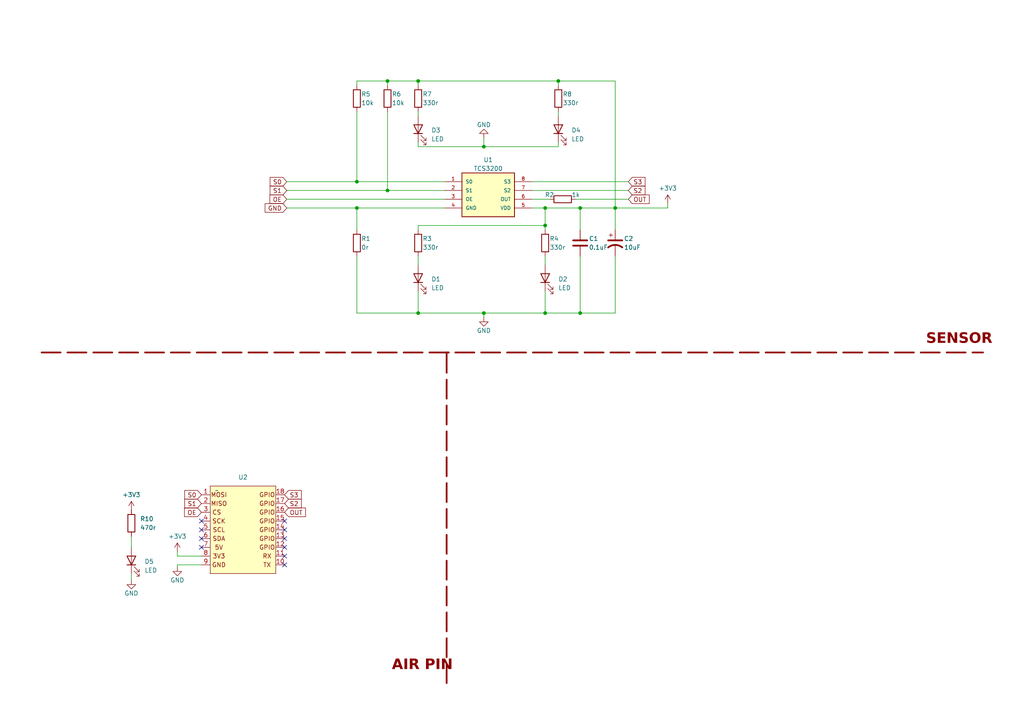
<source format=kicad_sch>
(kicad_sch (version 20230121) (generator eeschema)

  (uuid df17af56-eb5b-42f9-a579-6060c15ee9db)

  (paper "A4")

  (lib_symbols
    (symbol "Device:C" (pin_numbers hide) (pin_names (offset 0.254)) (in_bom yes) (on_board yes)
      (property "Reference" "C" (at 0.635 2.54 0)
        (effects (font (size 1.27 1.27)) (justify left))
      )
      (property "Value" "C" (at 0.635 -2.54 0)
        (effects (font (size 1.27 1.27)) (justify left))
      )
      (property "Footprint" "" (at 0.9652 -3.81 0)
        (effects (font (size 1.27 1.27)) hide)
      )
      (property "Datasheet" "~" (at 0 0 0)
        (effects (font (size 1.27 1.27)) hide)
      )
      (property "ki_keywords" "cap capacitor" (at 0 0 0)
        (effects (font (size 1.27 1.27)) hide)
      )
      (property "ki_description" "Unpolarized capacitor" (at 0 0 0)
        (effects (font (size 1.27 1.27)) hide)
      )
      (property "ki_fp_filters" "C_*" (at 0 0 0)
        (effects (font (size 1.27 1.27)) hide)
      )
      (symbol "C_0_1"
        (polyline
          (pts
            (xy -2.032 -0.762)
            (xy 2.032 -0.762)
          )
          (stroke (width 0.508) (type default))
          (fill (type none))
        )
        (polyline
          (pts
            (xy -2.032 0.762)
            (xy 2.032 0.762)
          )
          (stroke (width 0.508) (type default))
          (fill (type none))
        )
      )
      (symbol "C_1_1"
        (pin passive line (at 0 3.81 270) (length 2.794)
          (name "~" (effects (font (size 1.27 1.27))))
          (number "1" (effects (font (size 1.27 1.27))))
        )
        (pin passive line (at 0 -3.81 90) (length 2.794)
          (name "~" (effects (font (size 1.27 1.27))))
          (number "2" (effects (font (size 1.27 1.27))))
        )
      )
    )
    (symbol "Device:C_Polarized_US" (pin_numbers hide) (pin_names (offset 0.254) hide) (in_bom yes) (on_board yes)
      (property "Reference" "C" (at 0.635 2.54 0)
        (effects (font (size 1.27 1.27)) (justify left))
      )
      (property "Value" "C_Polarized_US" (at 0.635 -2.54 0)
        (effects (font (size 1.27 1.27)) (justify left))
      )
      (property "Footprint" "" (at 0 0 0)
        (effects (font (size 1.27 1.27)) hide)
      )
      (property "Datasheet" "~" (at 0 0 0)
        (effects (font (size 1.27 1.27)) hide)
      )
      (property "ki_keywords" "cap capacitor" (at 0 0 0)
        (effects (font (size 1.27 1.27)) hide)
      )
      (property "ki_description" "Polarized capacitor, US symbol" (at 0 0 0)
        (effects (font (size 1.27 1.27)) hide)
      )
      (property "ki_fp_filters" "CP_*" (at 0 0 0)
        (effects (font (size 1.27 1.27)) hide)
      )
      (symbol "C_Polarized_US_0_1"
        (polyline
          (pts
            (xy -2.032 0.762)
            (xy 2.032 0.762)
          )
          (stroke (width 0.508) (type default))
          (fill (type none))
        )
        (polyline
          (pts
            (xy -1.778 2.286)
            (xy -0.762 2.286)
          )
          (stroke (width 0) (type default))
          (fill (type none))
        )
        (polyline
          (pts
            (xy -1.27 1.778)
            (xy -1.27 2.794)
          )
          (stroke (width 0) (type default))
          (fill (type none))
        )
        (arc (start 2.032 -1.27) (mid 0 -0.5572) (end -2.032 -1.27)
          (stroke (width 0.508) (type default))
          (fill (type none))
        )
      )
      (symbol "C_Polarized_US_1_1"
        (pin passive line (at 0 3.81 270) (length 2.794)
          (name "~" (effects (font (size 1.27 1.27))))
          (number "1" (effects (font (size 1.27 1.27))))
        )
        (pin passive line (at 0 -3.81 90) (length 3.302)
          (name "~" (effects (font (size 1.27 1.27))))
          (number "2" (effects (font (size 1.27 1.27))))
        )
      )
    )
    (symbol "Device:LED" (pin_numbers hide) (pin_names (offset 1.016) hide) (in_bom yes) (on_board yes)
      (property "Reference" "D" (at 0 2.54 0)
        (effects (font (size 1.27 1.27)))
      )
      (property "Value" "LED" (at 0 -2.54 0)
        (effects (font (size 1.27 1.27)))
      )
      (property "Footprint" "" (at 0 0 0)
        (effects (font (size 1.27 1.27)) hide)
      )
      (property "Datasheet" "~" (at 0 0 0)
        (effects (font (size 1.27 1.27)) hide)
      )
      (property "ki_keywords" "LED diode" (at 0 0 0)
        (effects (font (size 1.27 1.27)) hide)
      )
      (property "ki_description" "Light emitting diode" (at 0 0 0)
        (effects (font (size 1.27 1.27)) hide)
      )
      (property "ki_fp_filters" "LED* LED_SMD:* LED_THT:*" (at 0 0 0)
        (effects (font (size 1.27 1.27)) hide)
      )
      (symbol "LED_0_1"
        (polyline
          (pts
            (xy -1.27 -1.27)
            (xy -1.27 1.27)
          )
          (stroke (width 0.254) (type default))
          (fill (type none))
        )
        (polyline
          (pts
            (xy -1.27 0)
            (xy 1.27 0)
          )
          (stroke (width 0) (type default))
          (fill (type none))
        )
        (polyline
          (pts
            (xy 1.27 -1.27)
            (xy 1.27 1.27)
            (xy -1.27 0)
            (xy 1.27 -1.27)
          )
          (stroke (width 0.254) (type default))
          (fill (type none))
        )
        (polyline
          (pts
            (xy -3.048 -0.762)
            (xy -4.572 -2.286)
            (xy -3.81 -2.286)
            (xy -4.572 -2.286)
            (xy -4.572 -1.524)
          )
          (stroke (width 0) (type default))
          (fill (type none))
        )
        (polyline
          (pts
            (xy -1.778 -0.762)
            (xy -3.302 -2.286)
            (xy -2.54 -2.286)
            (xy -3.302 -2.286)
            (xy -3.302 -1.524)
          )
          (stroke (width 0) (type default))
          (fill (type none))
        )
      )
      (symbol "LED_1_1"
        (pin passive line (at -3.81 0 0) (length 2.54)
          (name "K" (effects (font (size 1.27 1.27))))
          (number "1" (effects (font (size 1.27 1.27))))
        )
        (pin passive line (at 3.81 0 180) (length 2.54)
          (name "A" (effects (font (size 1.27 1.27))))
          (number "2" (effects (font (size 1.27 1.27))))
        )
      )
    )
    (symbol "Device:R" (pin_numbers hide) (pin_names (offset 0)) (in_bom yes) (on_board yes)
      (property "Reference" "R" (at 2.032 0 90)
        (effects (font (size 1.27 1.27)))
      )
      (property "Value" "R" (at 0 0 90)
        (effects (font (size 1.27 1.27)))
      )
      (property "Footprint" "" (at -1.778 0 90)
        (effects (font (size 1.27 1.27)) hide)
      )
      (property "Datasheet" "~" (at 0 0 0)
        (effects (font (size 1.27 1.27)) hide)
      )
      (property "ki_keywords" "R res resistor" (at 0 0 0)
        (effects (font (size 1.27 1.27)) hide)
      )
      (property "ki_description" "Resistor" (at 0 0 0)
        (effects (font (size 1.27 1.27)) hide)
      )
      (property "ki_fp_filters" "R_*" (at 0 0 0)
        (effects (font (size 1.27 1.27)) hide)
      )
      (symbol "R_0_1"
        (rectangle (start -1.016 -2.54) (end 1.016 2.54)
          (stroke (width 0.254) (type default))
          (fill (type none))
        )
      )
      (symbol "R_1_1"
        (pin passive line (at 0 3.81 270) (length 1.27)
          (name "~" (effects (font (size 1.27 1.27))))
          (number "1" (effects (font (size 1.27 1.27))))
        )
        (pin passive line (at 0 -3.81 90) (length 1.27)
          (name "~" (effects (font (size 1.27 1.27))))
          (number "2" (effects (font (size 1.27 1.27))))
        )
      )
    )
    (symbol "TCS3200D:TCS3200D" (pin_names (offset 1.016)) (in_bom yes) (on_board yes)
      (property "Reference" "U" (at -5.0811 8.6378 0)
        (effects (font (size 1.27 1.27)) (justify left bottom))
      )
      (property "Value" "TCS3200D" (at -5.0841 -7.3719 0)
        (effects (font (size 1.27 1.27)) (justify left bottom))
      )
      (property "Footprint" "SOIC8" (at 0 0 0)
        (effects (font (size 1.27 1.27)) (justify bottom) hide)
      )
      (property "Datasheet" "" (at 0 0 0)
        (effects (font (size 1.27 1.27)) hide)
      )
      (symbol "TCS3200D_0_0"
        (rectangle (start -5.08 -5.08) (end 10.16 7.62)
          (stroke (width 0.254) (type default))
          (fill (type background))
        )
        (pin bidirectional line (at -10.16 5.08 0) (length 5.08)
          (name "S0" (effects (font (size 1.016 1.016))))
          (number "1" (effects (font (size 1.016 1.016))))
        )
        (pin bidirectional line (at -10.16 2.54 0) (length 5.08)
          (name "S1" (effects (font (size 1.016 1.016))))
          (number "2" (effects (font (size 1.016 1.016))))
        )
        (pin bidirectional line (at -10.16 0 0) (length 5.08)
          (name "OE" (effects (font (size 1.016 1.016))))
          (number "3" (effects (font (size 1.016 1.016))))
        )
        (pin bidirectional line (at -10.16 -2.54 0) (length 5.08)
          (name "GND" (effects (font (size 1.016 1.016))))
          (number "4" (effects (font (size 1.016 1.016))))
        )
        (pin bidirectional line (at 15.24 -2.54 180) (length 5.08)
          (name "VDD" (effects (font (size 1.016 1.016))))
          (number "5" (effects (font (size 1.016 1.016))))
        )
        (pin bidirectional line (at 15.24 0 180) (length 5.08)
          (name "OUT" (effects (font (size 1.016 1.016))))
          (number "6" (effects (font (size 1.016 1.016))))
        )
        (pin bidirectional line (at 15.24 2.54 180) (length 5.08)
          (name "S2" (effects (font (size 1.016 1.016))))
          (number "7" (effects (font (size 1.016 1.016))))
        )
        (pin bidirectional line (at 15.24 5.08 180) (length 5.08)
          (name "S3" (effects (font (size 1.016 1.016))))
          (number "8" (effects (font (size 1.016 1.016))))
        )
      )
    )
    (symbol "moduler_pin:air" (in_bom yes) (on_board yes)
      (property "Reference" "U" (at 7.62 2.54 0)
        (effects (font (size 1.27 1.27)))
      )
      (property "Value" "" (at 0 0 0)
        (effects (font (size 1.27 1.27)))
      )
      (property "Footprint" "" (at 0 0 0)
        (effects (font (size 1.27 1.27)) hide)
      )
      (property "Datasheet" "" (at 0 0 0)
        (effects (font (size 1.27 1.27)) hide)
      )
      (symbol "air_1_1"
        (rectangle (start -1.905 1.27) (end 17.145 -24.13)
          (stroke (width 0) (type default))
          (fill (type background))
        )
        (text "3V3" (at 0.635 -19.05 0)
          (effects (font (size 1.27 1.27)))
        )
        (text "5V" (at 0.635 -16.51 0)
          (effects (font (size 1.27 1.27)))
        )
        (text "CS" (at 0 -6.35 0)
          (effects (font (size 1.27 1.27)))
        )
        (text "GND" (at 0.635 -21.59 0)
          (effects (font (size 1.27 1.27)))
        )
        (text "GPIO" (at 14.605 -16.51 0)
          (effects (font (size 1.27 1.27)))
        )
        (text "GPIO" (at 14.605 -13.97 0)
          (effects (font (size 1.27 1.27)))
        )
        (text "GPIO" (at 14.605 -11.43 0)
          (effects (font (size 1.27 1.27)))
        )
        (text "GPIO" (at 14.605 -8.89 0)
          (effects (font (size 1.27 1.27)))
        )
        (text "GPIO" (at 14.605 -6.35 0)
          (effects (font (size 1.27 1.27)))
        )
        (text "GPIO" (at 14.605 -3.81 0)
          (effects (font (size 1.27 1.27)))
        )
        (text "GPIO" (at 14.605 -1.27 0)
          (effects (font (size 1.27 1.27)))
        )
        (text "MISO" (at 0.635 -3.81 0)
          (effects (font (size 1.27 1.27)))
        )
        (text "MOSI" (at 0.635 -1.27 0)
          (effects (font (size 1.27 1.27)))
        )
        (text "RX" (at 14.605 -19.05 0)
          (effects (font (size 1.27 1.27)))
        )
        (text "SCK" (at 0.635 -8.89 0)
          (effects (font (size 1.27 1.27)))
        )
        (text "SCL" (at 0.635 -11.43 0)
          (effects (font (size 1.27 1.27)))
        )
        (text "SDA" (at 0.635 -13.97 0)
          (effects (font (size 1.27 1.27)))
        )
        (text "TX" (at 14.605 -21.59 0)
          (effects (font (size 1.27 1.27)))
        )
        (pin input line (at -4.445 -1.27 0) (length 2.54)
          (name "" (effects (font (size 1.27 1.27))))
          (number "1" (effects (font (size 1.27 1.27))))
        )
        (pin input line (at 19.685 -21.59 180) (length 2.54)
          (name "" (effects (font (size 1.27 1.27))))
          (number "10" (effects (font (size 1.27 1.27))))
        )
        (pin input line (at 19.685 -19.05 180) (length 2.54)
          (name "" (effects (font (size 1.27 1.27))))
          (number "11" (effects (font (size 1.27 1.27))))
        )
        (pin input line (at 19.685 -16.51 180) (length 2.54)
          (name "" (effects (font (size 1.27 1.27))))
          (number "12" (effects (font (size 1.27 1.27))))
        )
        (pin input line (at 19.685 -13.97 180) (length 2.54)
          (name "" (effects (font (size 1.27 1.27))))
          (number "13" (effects (font (size 1.27 1.27))))
        )
        (pin input line (at 19.685 -11.43 180) (length 2.54)
          (name "" (effects (font (size 1.27 1.27))))
          (number "14" (effects (font (size 1.27 1.27))))
        )
        (pin input line (at 19.685 -8.89 180) (length 2.54)
          (name "" (effects (font (size 1.27 1.27))))
          (number "15" (effects (font (size 1.27 1.27))))
        )
        (pin input line (at 19.685 -6.35 180) (length 2.54)
          (name "" (effects (font (size 1.27 1.27))))
          (number "16" (effects (font (size 1.27 1.27))))
        )
        (pin input line (at 19.685 -3.81 180) (length 2.54)
          (name "" (effects (font (size 1.27 1.27))))
          (number "17" (effects (font (size 1.27 1.27))))
        )
        (pin input line (at 19.685 -1.27 180) (length 2.54)
          (name "" (effects (font (size 1.27 1.27))))
          (number "18" (effects (font (size 1.27 1.27))))
        )
        (pin input line (at -4.445 -3.81 0) (length 2.54)
          (name "" (effects (font (size 1.27 1.27))))
          (number "2" (effects (font (size 1.27 1.27))))
        )
        (pin input line (at -4.445 -6.35 0) (length 2.54)
          (name "" (effects (font (size 1.27 1.27))))
          (number "3" (effects (font (size 1.27 1.27))))
        )
        (pin input line (at -4.445 -8.89 0) (length 2.54)
          (name "" (effects (font (size 1.27 1.27))))
          (number "4" (effects (font (size 1.27 1.27))))
        )
        (pin input line (at -4.445 -11.43 0) (length 2.54)
          (name "" (effects (font (size 1.27 1.27))))
          (number "5" (effects (font (size 1.27 1.27))))
        )
        (pin input line (at -4.445 -13.97 0) (length 2.54)
          (name "" (effects (font (size 1.27 1.27))))
          (number "6" (effects (font (size 1.27 1.27))))
        )
        (pin input line (at -4.445 -16.51 0) (length 2.54)
          (name "" (effects (font (size 1.27 1.27))))
          (number "7" (effects (font (size 1.27 1.27))))
        )
        (pin input line (at -4.445 -19.05 0) (length 2.54)
          (name "" (effects (font (size 1.27 1.27))))
          (number "8" (effects (font (size 1.27 1.27))))
        )
        (pin input line (at -4.445 -21.59 0) (length 2.54)
          (name "" (effects (font (size 1.27 1.27))))
          (number "9" (effects (font (size 1.27 1.27))))
        )
      )
    )
    (symbol "power:+3V3" (power) (pin_names (offset 0)) (in_bom yes) (on_board yes)
      (property "Reference" "#PWR" (at 0 -3.81 0)
        (effects (font (size 1.27 1.27)) hide)
      )
      (property "Value" "+3V3" (at 0 3.556 0)
        (effects (font (size 1.27 1.27)))
      )
      (property "Footprint" "" (at 0 0 0)
        (effects (font (size 1.27 1.27)) hide)
      )
      (property "Datasheet" "" (at 0 0 0)
        (effects (font (size 1.27 1.27)) hide)
      )
      (property "ki_keywords" "global power" (at 0 0 0)
        (effects (font (size 1.27 1.27)) hide)
      )
      (property "ki_description" "Power symbol creates a global label with name \"+3V3\"" (at 0 0 0)
        (effects (font (size 1.27 1.27)) hide)
      )
      (symbol "+3V3_0_1"
        (polyline
          (pts
            (xy -0.762 1.27)
            (xy 0 2.54)
          )
          (stroke (width 0) (type default))
          (fill (type none))
        )
        (polyline
          (pts
            (xy 0 0)
            (xy 0 2.54)
          )
          (stroke (width 0) (type default))
          (fill (type none))
        )
        (polyline
          (pts
            (xy 0 2.54)
            (xy 0.762 1.27)
          )
          (stroke (width 0) (type default))
          (fill (type none))
        )
      )
      (symbol "+3V3_1_1"
        (pin power_in line (at 0 0 90) (length 0) hide
          (name "+3V3" (effects (font (size 1.27 1.27))))
          (number "1" (effects (font (size 1.27 1.27))))
        )
      )
    )
    (symbol "power:GND" (power) (pin_names (offset 0)) (in_bom yes) (on_board yes)
      (property "Reference" "#PWR" (at 0 -6.35 0)
        (effects (font (size 1.27 1.27)) hide)
      )
      (property "Value" "GND" (at 0 -3.81 0)
        (effects (font (size 1.27 1.27)))
      )
      (property "Footprint" "" (at 0 0 0)
        (effects (font (size 1.27 1.27)) hide)
      )
      (property "Datasheet" "" (at 0 0 0)
        (effects (font (size 1.27 1.27)) hide)
      )
      (property "ki_keywords" "global power" (at 0 0 0)
        (effects (font (size 1.27 1.27)) hide)
      )
      (property "ki_description" "Power symbol creates a global label with name \"GND\" , ground" (at 0 0 0)
        (effects (font (size 1.27 1.27)) hide)
      )
      (symbol "GND_0_1"
        (polyline
          (pts
            (xy 0 0)
            (xy 0 -1.27)
            (xy 1.27 -1.27)
            (xy 0 -2.54)
            (xy -1.27 -1.27)
            (xy 0 -1.27)
          )
          (stroke (width 0) (type default))
          (fill (type none))
        )
      )
      (symbol "GND_1_1"
        (pin power_in line (at 0 0 270) (length 0) hide
          (name "GND" (effects (font (size 1.27 1.27))))
          (number "1" (effects (font (size 1.27 1.27))))
        )
      )
    )
  )

  (junction (at 161.925 23.495) (diameter 0) (color 0 0 0 0)
    (uuid 0ac49bb0-ae13-4d02-b09b-ff8846be744f)
  )
  (junction (at 158.115 65.405) (diameter 0) (color 0 0 0 0)
    (uuid 20dff900-f8f2-4efa-9888-007a2575c37b)
  )
  (junction (at 140.335 90.805) (diameter 0) (color 0 0 0 0)
    (uuid 2bdf1cca-ca01-4726-af79-0fc372fa65b1)
  )
  (junction (at 158.115 60.325) (diameter 0) (color 0 0 0 0)
    (uuid 459899ad-bec8-4cf6-b953-3be1f0a10f84)
  )
  (junction (at 168.275 90.805) (diameter 0) (color 0 0 0 0)
    (uuid 5d24fbb5-a8d7-467a-b087-032f1938c97e)
  )
  (junction (at 121.285 23.495) (diameter 0) (color 0 0 0 0)
    (uuid 62c1ab45-42df-4bdb-8de8-32e354a5a979)
  )
  (junction (at 158.115 90.805) (diameter 0) (color 0 0 0 0)
    (uuid 7b4e6734-87c6-4c62-a7e5-300ca558c6e0)
  )
  (junction (at 112.395 55.245) (diameter 0) (color 0 0 0 0)
    (uuid 82387888-bd16-4b5f-8c15-76f10a9b286c)
  )
  (junction (at 103.505 60.325) (diameter 0) (color 0 0 0 0)
    (uuid 91a95be0-687d-4e24-a013-e1433774b050)
  )
  (junction (at 121.285 90.805) (diameter 0) (color 0 0 0 0)
    (uuid b0041524-75d2-493b-a5d0-d32c95049d68)
  )
  (junction (at 178.435 60.325) (diameter 0) (color 0 0 0 0)
    (uuid c0e15e78-539c-43d6-8916-a74ce5b2340a)
  )
  (junction (at 112.395 23.495) (diameter 0) (color 0 0 0 0)
    (uuid cb689b17-ca63-4bb0-b985-e4d260a87606)
  )
  (junction (at 103.505 52.705) (diameter 0) (color 0 0 0 0)
    (uuid d2c39689-c878-4eaa-bae4-16a0ff96723e)
  )
  (junction (at 168.275 60.325) (diameter 0) (color 0 0 0 0)
    (uuid df5f6177-35a5-4e10-ae67-4e03fe04f5df)
  )
  (junction (at 140.335 42.545) (diameter 0) (color 0 0 0 0)
    (uuid e365323e-f7b0-42d3-bf60-b39f637122ad)
  )

  (no_connect (at 82.55 153.67) (uuid 12a4fcb9-2911-413b-b3b3-ef4114d6daf3))
  (no_connect (at 58.42 153.67) (uuid 2da801f3-ea04-4f6e-8154-237f76e8c539))
  (no_connect (at 82.55 158.75) (uuid 4d04e3a8-a3f3-4a8b-b3e3-f5fd1325a285))
  (no_connect (at 82.55 151.13) (uuid 6a5e7d8e-5374-4a32-aaa9-aef68ab3f9f1))
  (no_connect (at 82.55 161.29) (uuid 705d9cf0-7964-43a0-a9f7-db7bdade3657))
  (no_connect (at 58.42 151.13) (uuid 8c504859-6b4f-478b-96e5-4864d53e3ce1))
  (no_connect (at 58.42 156.21) (uuid 9a1e3afc-a591-4526-af89-1f5ac9f9be4f))
  (no_connect (at 58.42 158.75) (uuid b5d62b5b-0c78-4e9e-935d-42ef8e03b892))
  (no_connect (at 82.55 156.21) (uuid cc974b14-1990-436a-8372-6a8d9e36e476))
  (no_connect (at 82.55 163.83) (uuid f31c1844-1065-4da2-a253-cccc47a37fed))

  (wire (pts (xy 38.1 155.575) (xy 38.1 158.75))
    (stroke (width 0) (type default))
    (uuid 04f512cd-4752-46c3-b125-a9d3e4366ddc)
  )
  (wire (pts (xy 168.275 60.325) (xy 178.435 60.325))
    (stroke (width 0) (type default))
    (uuid 060261b0-6dcc-4cde-97a1-84ee15e590db)
  )
  (wire (pts (xy 158.115 90.805) (xy 158.115 84.455))
    (stroke (width 0) (type default))
    (uuid 087585c6-6ef9-452a-85f5-3ba396c7d198)
  )
  (wire (pts (xy 121.285 32.385) (xy 121.285 33.655))
    (stroke (width 0) (type default))
    (uuid 0c1964ad-6f8e-4e61-b074-f818569f5d39)
  )
  (wire (pts (xy 121.285 66.675) (xy 121.285 65.405))
    (stroke (width 0) (type default))
    (uuid 0e74318b-5d4b-498d-8766-7770acfaa51e)
  )
  (wire (pts (xy 38.1 168.275) (xy 38.1 166.37))
    (stroke (width 0) (type default))
    (uuid 1b477991-e352-47b2-9ba4-40dcd0086c89)
  )
  (wire (pts (xy 178.435 90.805) (xy 168.275 90.805))
    (stroke (width 0) (type default))
    (uuid 1ef3fbcb-feaf-4992-b27a-b83346a54199)
  )
  (wire (pts (xy 103.505 23.495) (xy 112.395 23.495))
    (stroke (width 0) (type default))
    (uuid 270488ec-c364-4ad7-8b75-0b40c8a24747)
  )
  (wire (pts (xy 178.435 74.295) (xy 178.435 90.805))
    (stroke (width 0) (type default))
    (uuid 2958814f-53da-468f-8ac7-2839c36cb7a9)
  )
  (wire (pts (xy 103.505 60.325) (xy 103.505 66.675))
    (stroke (width 0) (type default))
    (uuid 2f4f2550-28d1-477b-98ef-3ce4c7142766)
  )
  (wire (pts (xy 83.185 52.705) (xy 103.505 52.705))
    (stroke (width 0) (type default))
    (uuid 30e08377-730d-4f57-b06b-140483864868)
  )
  (wire (pts (xy 167.005 57.785) (xy 182.245 57.785))
    (stroke (width 0) (type default))
    (uuid 3100ab81-94e2-445a-9cb7-dc7b73d54d38)
  )
  (wire (pts (xy 51.435 161.29) (xy 58.42 161.29))
    (stroke (width 0) (type default))
    (uuid 3ae9b192-b441-41a4-a6f7-52fdb0009602)
  )
  (wire (pts (xy 83.185 55.245) (xy 112.395 55.245))
    (stroke (width 0) (type default))
    (uuid 3b7ba9bf-e4ed-4fd2-b354-c307e1a5241c)
  )
  (wire (pts (xy 161.925 23.495) (xy 178.435 23.495))
    (stroke (width 0) (type default))
    (uuid 3bfd6b21-4c3b-4518-8417-0d2b494d955b)
  )
  (wire (pts (xy 121.285 41.275) (xy 121.285 42.545))
    (stroke (width 0) (type default))
    (uuid 3d87c128-ea9d-4c49-9e32-3290f85c5786)
  )
  (wire (pts (xy 178.435 60.325) (xy 178.435 66.675))
    (stroke (width 0) (type default))
    (uuid 3e57c50b-3934-461d-b5b1-2938b53b669b)
  )
  (wire (pts (xy 161.925 23.495) (xy 161.925 24.765))
    (stroke (width 0) (type default))
    (uuid 413ce05c-8909-4d52-b101-aec9ecc088de)
  )
  (wire (pts (xy 121.285 23.495) (xy 161.925 23.495))
    (stroke (width 0) (type default))
    (uuid 430e6454-0da4-4959-8f27-bb3c889675f9)
  )
  (wire (pts (xy 112.395 55.245) (xy 128.905 55.245))
    (stroke (width 0) (type default))
    (uuid 442f9556-ce2e-414c-ab28-f1416754c334)
  )
  (wire (pts (xy 178.435 60.325) (xy 193.675 60.325))
    (stroke (width 0) (type default))
    (uuid 4f9e34b8-44cc-439c-9636-fd999679fc01)
  )
  (wire (pts (xy 121.285 74.295) (xy 121.285 76.835))
    (stroke (width 0) (type default))
    (uuid 50884204-4ff4-44ed-a8ea-3903b26d847c)
  )
  (wire (pts (xy 121.285 90.805) (xy 121.285 84.455))
    (stroke (width 0) (type default))
    (uuid 54ef7482-1797-4d13-a242-b7de6e81b912)
  )
  (wire (pts (xy 168.275 60.325) (xy 168.275 66.675))
    (stroke (width 0) (type default))
    (uuid 58a9a11b-6a8c-4db7-92dc-5705b2a9cd17)
  )
  (wire (pts (xy 83.185 60.325) (xy 103.505 60.325))
    (stroke (width 0) (type default))
    (uuid 5e6a2ba4-67a9-4a67-a6e1-4bdb16b80f7b)
  )
  (wire (pts (xy 112.395 23.495) (xy 121.285 23.495))
    (stroke (width 0) (type default))
    (uuid 5ec1fc88-0c5a-47e3-a672-6f16b2cb3cc3)
  )
  (wire (pts (xy 103.505 52.705) (xy 128.905 52.705))
    (stroke (width 0) (type default))
    (uuid 60d5d630-9b36-4957-b8a5-78da356fb1d7)
  )
  (wire (pts (xy 103.505 60.325) (xy 128.905 60.325))
    (stroke (width 0) (type default))
    (uuid 64267ab8-20f8-452f-99a6-ed1c2349b44a)
  )
  (wire (pts (xy 140.335 90.805) (xy 158.115 90.805))
    (stroke (width 0) (type default))
    (uuid 66171722-f7f6-4413-9c09-6041b9dd4176)
  )
  (wire (pts (xy 83.185 57.785) (xy 128.905 57.785))
    (stroke (width 0) (type default))
    (uuid 6b77097d-3c05-42c2-b5f4-f3bbb59306fd)
  )
  (wire (pts (xy 178.435 23.495) (xy 178.435 60.325))
    (stroke (width 0) (type default))
    (uuid 6fb29411-20f6-4a70-92ef-082fb5df0b87)
  )
  (polyline (pts (xy 12.065 102.235) (xy 285.115 102.235))
    (stroke (width 0.5) (type dash) (color 132 0 0 1))
    (uuid 71c544d6-87f1-4361-8787-d493872359ff)
  )

  (wire (pts (xy 168.275 74.295) (xy 168.275 90.805))
    (stroke (width 0) (type default))
    (uuid 7fd1abb8-4fb8-4b85-80fe-a990f4c6f176)
  )
  (wire (pts (xy 154.305 55.245) (xy 182.245 55.245))
    (stroke (width 0) (type default))
    (uuid 8021fc7c-3b87-4c25-afdb-7cadc61492c5)
  )
  (wire (pts (xy 140.335 92.075) (xy 140.335 90.805))
    (stroke (width 0) (type default))
    (uuid 8283c7f6-5b67-426d-a523-8cfc72119cf4)
  )
  (wire (pts (xy 140.335 90.805) (xy 121.285 90.805))
    (stroke (width 0) (type default))
    (uuid 82f829c6-4e7b-42bb-aa49-99b1324a732f)
  )
  (wire (pts (xy 154.305 52.705) (xy 182.245 52.705))
    (stroke (width 0) (type default))
    (uuid 84e03d18-fac6-4d53-85d6-43203dcef568)
  )
  (wire (pts (xy 112.395 23.495) (xy 112.395 24.765))
    (stroke (width 0) (type default))
    (uuid 8677508e-8a6b-4cdc-9c0f-2040ada53a2c)
  )
  (wire (pts (xy 154.305 57.785) (xy 159.385 57.785))
    (stroke (width 0) (type default))
    (uuid 875d6592-7327-41e9-a849-19c89e4a0bf9)
  )
  (polyline (pts (xy 129.54 198.12) (xy 129.54 102.235))
    (stroke (width 0.5) (type dash) (color 132 0 0 1))
    (uuid 8c493ab2-e4bc-43f1-a283-0c1e730a0a93)
  )

  (wire (pts (xy 140.335 40.005) (xy 140.335 42.545))
    (stroke (width 0) (type default))
    (uuid 8e13effb-ccc5-4a7c-867d-73470e48d866)
  )
  (wire (pts (xy 112.395 32.385) (xy 112.395 55.245))
    (stroke (width 0) (type default))
    (uuid 8e97dba6-eb85-44b1-807e-6e2a05502309)
  )
  (wire (pts (xy 193.675 60.325) (xy 193.675 59.055))
    (stroke (width 0) (type default))
    (uuid 90a8291b-e220-42a9-a4cf-badd6b264b18)
  )
  (wire (pts (xy 140.335 42.545) (xy 161.925 42.545))
    (stroke (width 0) (type default))
    (uuid 943ee153-51b3-45cd-9c15-0cd403df1420)
  )
  (wire (pts (xy 103.505 32.385) (xy 103.505 52.705))
    (stroke (width 0) (type default))
    (uuid 9801c5a8-77ff-4abb-8e7a-9705c40b8609)
  )
  (wire (pts (xy 158.115 60.325) (xy 158.115 65.405))
    (stroke (width 0) (type default))
    (uuid 9e1a904b-b152-4d87-b313-369980e4e946)
  )
  (wire (pts (xy 103.505 90.805) (xy 121.285 90.805))
    (stroke (width 0) (type default))
    (uuid a109d5c2-70b2-4381-a98b-2087be10d93a)
  )
  (wire (pts (xy 161.925 42.545) (xy 161.925 41.275))
    (stroke (width 0) (type default))
    (uuid a83f31c6-a6f4-4923-ba5e-2200edeed0a8)
  )
  (wire (pts (xy 168.275 90.805) (xy 158.115 90.805))
    (stroke (width 0) (type default))
    (uuid ac7956b7-bb87-4295-8335-d1591861dbac)
  )
  (wire (pts (xy 121.285 24.765) (xy 121.285 23.495))
    (stroke (width 0) (type default))
    (uuid b26cc5d1-c66d-4c71-b0eb-7160a61ac35a)
  )
  (wire (pts (xy 51.435 160.02) (xy 51.435 161.29))
    (stroke (width 0) (type default))
    (uuid b523b42d-345c-4240-91e7-1ebfae3bfd77)
  )
  (wire (pts (xy 51.435 164.465) (xy 51.435 163.83))
    (stroke (width 0) (type default))
    (uuid b5258e80-d0fa-4a9a-8518-1a69527c1add)
  )
  (wire (pts (xy 103.505 23.495) (xy 103.505 24.765))
    (stroke (width 0) (type default))
    (uuid b7e3a95d-596d-4bb4-a2ec-a0f4d997cc96)
  )
  (wire (pts (xy 154.305 60.325) (xy 158.115 60.325))
    (stroke (width 0) (type default))
    (uuid b84ac1f4-1cc1-400e-80f4-78e872e9f730)
  )
  (wire (pts (xy 121.285 42.545) (xy 140.335 42.545))
    (stroke (width 0) (type default))
    (uuid be442487-7618-4cb3-87bf-ef31fdc4af63)
  )
  (wire (pts (xy 158.115 60.325) (xy 168.275 60.325))
    (stroke (width 0) (type default))
    (uuid bedadab6-9034-4f48-956c-07cb64209f3b)
  )
  (wire (pts (xy 158.115 65.405) (xy 158.115 66.675))
    (stroke (width 0) (type default))
    (uuid d1ecd58a-6320-458d-bda9-80588a34d0a4)
  )
  (wire (pts (xy 161.925 32.385) (xy 161.925 33.655))
    (stroke (width 0) (type default))
    (uuid e6563be4-31c7-44a9-b3c4-706da370d606)
  )
  (wire (pts (xy 158.115 74.295) (xy 158.115 76.835))
    (stroke (width 0) (type default))
    (uuid e91e99e8-fbcb-4e9f-941b-6b4d58786ac8)
  )
  (polyline (pts (xy 129.54 102.235) (xy 130.175 102.235))
    (stroke (width 0.5) (type dash) (color 132 0 0 1))
    (uuid ec19b15a-ae22-4c00-b4bd-ecb559eb5330)
  )

  (wire (pts (xy 103.505 74.295) (xy 103.505 90.805))
    (stroke (width 0) (type default))
    (uuid ecf90230-0603-4f41-9261-b366d79705fc)
  )
  (wire (pts (xy 121.285 65.405) (xy 158.115 65.405))
    (stroke (width 0) (type default))
    (uuid ed43ed77-ad70-4477-847d-f626d05c5642)
  )
  (wire (pts (xy 51.435 163.83) (xy 58.42 163.83))
    (stroke (width 0) (type default))
    (uuid fb38d430-4495-4164-b1e8-1c88723fa639)
  )

  (text "AIR PIN\n" (at 113.665 195.58 0)
    (effects (font (face "Calibri") (size 3 3) (thickness 0.6) bold (color 132 0 0 1)) (justify left bottom))
    (uuid 0bfecefc-0301-4be3-abb2-e14c2ec1f82d)
  )
  (text "SENSOR" (at 268.605 100.965 0)
    (effects (font (face "Calibri") (size 3 3) (thickness 0.6) bold (color 132 0 0 1)) (justify left bottom))
    (uuid 974c196c-5702-424c-8ce8-514bbfc3c142)
  )

  (global_label "S3" (shape input) (at 82.55 143.51 0) (fields_autoplaced)
    (effects (font (size 1.27 1.27)) (justify left))
    (uuid 2412a9e5-3fd1-4160-af9c-1b3e010ca321)
    (property "Intersheetrefs" "${INTERSHEET_REFS}" (at 87.9542 143.51 0)
      (effects (font (size 1.27 1.27)) (justify left) hide)
    )
  )
  (global_label "S2" (shape input) (at 82.55 146.05 0) (fields_autoplaced)
    (effects (font (size 1.27 1.27)) (justify left))
    (uuid 31942e6b-f87b-47be-801e-042cf4f2e182)
    (property "Intersheetrefs" "${INTERSHEET_REFS}" (at 87.9542 146.05 0)
      (effects (font (size 1.27 1.27)) (justify left) hide)
    )
  )
  (global_label "GND" (shape input) (at 83.185 60.325 180) (fields_autoplaced)
    (effects (font (size 1.27 1.27)) (justify right))
    (uuid 3e3f546e-d6fc-48f4-a647-3d97a23792c6)
    (property "Intersheetrefs" "${INTERSHEET_REFS}" (at 76.3293 60.325 0)
      (effects (font (size 1.27 1.27)) (justify right) hide)
    )
  )
  (global_label "S1" (shape input) (at 83.185 55.245 180) (fields_autoplaced)
    (effects (font (size 1.27 1.27)) (justify right))
    (uuid 4b935438-80ae-4ad5-bc23-849bc82c61da)
    (property "Intersheetrefs" "${INTERSHEET_REFS}" (at 77.7808 55.245 0)
      (effects (font (size 1.27 1.27)) (justify right) hide)
    )
  )
  (global_label "S2" (shape input) (at 182.245 55.245 0) (fields_autoplaced)
    (effects (font (size 1.27 1.27)) (justify left))
    (uuid 4bc450ed-04a3-4413-b0c9-45585a82fd29)
    (property "Intersheetrefs" "${INTERSHEET_REFS}" (at 187.6492 55.245 0)
      (effects (font (size 1.27 1.27)) (justify left) hide)
    )
  )
  (global_label "OUT" (shape input) (at 182.245 57.785 0) (fields_autoplaced)
    (effects (font (size 1.27 1.27)) (justify left))
    (uuid 78525d43-234e-45fb-ba45-eefc9bdb38f0)
    (property "Intersheetrefs" "${INTERSHEET_REFS}" (at 188.8588 57.785 0)
      (effects (font (size 1.27 1.27)) (justify left) hide)
    )
  )
  (global_label "S3" (shape input) (at 182.245 52.705 0) (fields_autoplaced)
    (effects (font (size 1.27 1.27)) (justify left))
    (uuid 84e8c7f3-dabc-4bad-bfc8-062ccedf8a8d)
    (property "Intersheetrefs" "${INTERSHEET_REFS}" (at 187.6492 52.705 0)
      (effects (font (size 1.27 1.27)) (justify left) hide)
    )
  )
  (global_label "OE" (shape input) (at 58.42 148.59 180) (fields_autoplaced)
    (effects (font (size 1.27 1.27)) (justify right))
    (uuid 9b0eac10-a0db-45f6-96b8-2c12c6177fff)
    (property "Intersheetrefs" "${INTERSHEET_REFS}" (at 52.9553 148.59 0)
      (effects (font (size 1.27 1.27)) (justify right) hide)
    )
  )
  (global_label "S0" (shape input) (at 83.185 52.705 180) (fields_autoplaced)
    (effects (font (size 1.27 1.27)) (justify right))
    (uuid a4cd92c0-d5dd-4944-ab30-097992cfac3b)
    (property "Intersheetrefs" "${INTERSHEET_REFS}" (at 77.7808 52.705 0)
      (effects (font (size 1.27 1.27)) (justify right) hide)
    )
  )
  (global_label "S1" (shape input) (at 58.42 146.05 180) (fields_autoplaced)
    (effects (font (size 1.27 1.27)) (justify right))
    (uuid aa28a141-c72e-4e30-888d-253f9f648fe8)
    (property "Intersheetrefs" "${INTERSHEET_REFS}" (at 53.0158 146.05 0)
      (effects (font (size 1.27 1.27)) (justify right) hide)
    )
  )
  (global_label "OE" (shape input) (at 83.185 57.785 180) (fields_autoplaced)
    (effects (font (size 1.27 1.27)) (justify right))
    (uuid b9c81612-6721-4872-bfe2-144502398662)
    (property "Intersheetrefs" "${INTERSHEET_REFS}" (at 77.7203 57.785 0)
      (effects (font (size 1.27 1.27)) (justify right) hide)
    )
  )
  (global_label "S0" (shape input) (at 58.42 143.51 180) (fields_autoplaced)
    (effects (font (size 1.27 1.27)) (justify right))
    (uuid daef95c8-232c-4c0c-8118-799437d5945f)
    (property "Intersheetrefs" "${INTERSHEET_REFS}" (at 53.0158 143.51 0)
      (effects (font (size 1.27 1.27)) (justify right) hide)
    )
  )
  (global_label "OUT" (shape input) (at 82.55 148.59 0) (fields_autoplaced)
    (effects (font (size 1.27 1.27)) (justify left))
    (uuid f9b123f0-2764-432d-934f-c877ec2fcf5e)
    (property "Intersheetrefs" "${INTERSHEET_REFS}" (at 89.1638 148.59 0)
      (effects (font (size 1.27 1.27)) (justify left) hide)
    )
  )

  (symbol (lib_id "Device:R") (at 161.925 28.575 180) (unit 1)
    (in_bom yes) (on_board yes) (dnp no)
    (uuid 013bab9f-7fd6-4b13-90e4-8fcf2eca6555)
    (property "Reference" "R8" (at 163.195 27.305 0)
      (effects (font (size 1.27 1.27)) (justify right))
    )
    (property "Value" "330r" (at 163.195 29.845 0)
      (effects (font (size 1.27 1.27)) (justify right))
    )
    (property "Footprint" "Resistor_SMD:R_0805_2012Metric" (at 163.703 28.575 90)
      (effects (font (size 1.27 1.27)) hide)
    )
    (property "Datasheet" "~" (at 161.925 28.575 0)
      (effects (font (size 1.27 1.27)) hide)
    )
    (pin "1" (uuid 768a7852-6617-40a3-8ed1-b7eee627f5d2))
    (pin "2" (uuid d0d93313-eed8-482d-83af-4e4b2ae237b1))
    (instances
      (project "0031_Color_Module_TCS3200"
        (path "/df17af56-eb5b-42f9-a579-6060c15ee9db"
          (reference "R8") (unit 1)
        )
      )
    )
  )

  (symbol (lib_id "Device:R") (at 121.285 28.575 180) (unit 1)
    (in_bom yes) (on_board yes) (dnp no)
    (uuid 13d4d7f1-7c4e-465d-bd0b-33c58b849e7f)
    (property "Reference" "R7" (at 122.555 27.305 0)
      (effects (font (size 1.27 1.27)) (justify right))
    )
    (property "Value" "330r" (at 122.555 29.845 0)
      (effects (font (size 1.27 1.27)) (justify right))
    )
    (property "Footprint" "Resistor_SMD:R_0805_2012Metric" (at 123.063 28.575 90)
      (effects (font (size 1.27 1.27)) hide)
    )
    (property "Datasheet" "~" (at 121.285 28.575 0)
      (effects (font (size 1.27 1.27)) hide)
    )
    (pin "1" (uuid 47444967-d40c-4e99-b671-1680f742a7e3))
    (pin "2" (uuid e7a4fcbd-bccc-4882-aa06-d3b14760decb))
    (instances
      (project "0031_Color_Module_TCS3200"
        (path "/df17af56-eb5b-42f9-a579-6060c15ee9db"
          (reference "R7") (unit 1)
        )
      )
    )
  )

  (symbol (lib_id "Device:LED") (at 158.115 80.645 90) (unit 1)
    (in_bom yes) (on_board yes) (dnp no) (fields_autoplaced)
    (uuid 244856b2-d697-4417-95af-96d3718392f6)
    (property "Reference" "D2" (at 161.925 80.9625 90)
      (effects (font (size 1.27 1.27)) (justify right))
    )
    (property "Value" "LED" (at 161.925 83.5025 90)
      (effects (font (size 1.27 1.27)) (justify right))
    )
    (property "Footprint" "LED_THT:LED_D3.0mm" (at 158.115 80.645 0)
      (effects (font (size 1.27 1.27)) hide)
    )
    (property "Datasheet" "~" (at 158.115 80.645 0)
      (effects (font (size 1.27 1.27)) hide)
    )
    (pin "1" (uuid 7b000f28-82b4-46fc-98c8-99cc5b30780b))
    (pin "2" (uuid 67ce2334-0afa-48ef-b18d-36ce38e2d242))
    (instances
      (project "0031_Color_Module_TCS3200"
        (path "/df17af56-eb5b-42f9-a579-6060c15ee9db"
          (reference "D2") (unit 1)
        )
      )
    )
  )

  (symbol (lib_id "Device:R") (at 112.395 28.575 180) (unit 1)
    (in_bom yes) (on_board yes) (dnp no)
    (uuid 3f218f71-1ca4-4489-a0df-0d275a2f50d3)
    (property "Reference" "R6" (at 113.665 27.305 0)
      (effects (font (size 1.27 1.27)) (justify right))
    )
    (property "Value" "10k" (at 113.665 29.845 0)
      (effects (font (size 1.27 1.27)) (justify right))
    )
    (property "Footprint" "Resistor_SMD:R_0805_2012Metric" (at 114.173 28.575 90)
      (effects (font (size 1.27 1.27)) hide)
    )
    (property "Datasheet" "~" (at 112.395 28.575 0)
      (effects (font (size 1.27 1.27)) hide)
    )
    (pin "1" (uuid 26e78f4b-ed44-4616-a6db-5022a70ccc7c))
    (pin "2" (uuid d064cab9-310e-45bd-92f6-9812a224091a))
    (instances
      (project "0031_Color_Module_TCS3200"
        (path "/df17af56-eb5b-42f9-a579-6060c15ee9db"
          (reference "R6") (unit 1)
        )
      )
    )
  )

  (symbol (lib_id "power:+3V3") (at 193.675 59.055 0) (unit 1)
    (in_bom yes) (on_board yes) (dnp no) (fields_autoplaced)
    (uuid 3f5fb422-ce90-42bf-bc1f-3da43516eb09)
    (property "Reference" "#PWR04" (at 193.675 62.865 0)
      (effects (font (size 1.27 1.27)) hide)
    )
    (property "Value" "+3V3" (at 193.675 54.61 0)
      (effects (font (size 1.27 1.27)))
    )
    (property "Footprint" "" (at 193.675 59.055 0)
      (effects (font (size 1.27 1.27)) hide)
    )
    (property "Datasheet" "" (at 193.675 59.055 0)
      (effects (font (size 1.27 1.27)) hide)
    )
    (pin "1" (uuid fe4ab409-6d82-4e66-8051-e61734620802))
    (instances
      (project "0031_Color_Module_TCS3200"
        (path "/df17af56-eb5b-42f9-a579-6060c15ee9db"
          (reference "#PWR04") (unit 1)
        )
      )
    )
  )

  (symbol (lib_id "Device:R") (at 121.285 70.485 180) (unit 1)
    (in_bom yes) (on_board yes) (dnp no)
    (uuid 44a0441c-5d70-4d7a-b642-81f0750035fd)
    (property "Reference" "R3" (at 122.555 69.215 0)
      (effects (font (size 1.27 1.27)) (justify right))
    )
    (property "Value" "330r" (at 122.555 71.755 0)
      (effects (font (size 1.27 1.27)) (justify right))
    )
    (property "Footprint" "Resistor_SMD:R_0805_2012Metric" (at 123.063 70.485 90)
      (effects (font (size 1.27 1.27)) hide)
    )
    (property "Datasheet" "~" (at 121.285 70.485 0)
      (effects (font (size 1.27 1.27)) hide)
    )
    (pin "1" (uuid ed481659-6cd4-428c-a58f-d63b3fa152ef))
    (pin "2" (uuid e2a44b37-234d-4360-a29f-ccbeca3cdc18))
    (instances
      (project "0031_Color_Module_TCS3200"
        (path "/df17af56-eb5b-42f9-a579-6060c15ee9db"
          (reference "R3") (unit 1)
        )
      )
    )
  )

  (symbol (lib_id "Device:R") (at 38.1 151.765 0) (unit 1)
    (in_bom yes) (on_board yes) (dnp no) (fields_autoplaced)
    (uuid 4d273a29-92f6-4d9a-a94a-bbd0f749422f)
    (property "Reference" "R10" (at 40.64 150.495 0)
      (effects (font (size 1.27 1.27)) (justify left))
    )
    (property "Value" "470r" (at 40.64 153.035 0)
      (effects (font (size 1.27 1.27)) (justify left))
    )
    (property "Footprint" "Resistor_SMD:R_0805_2012Metric" (at 36.322 151.765 90)
      (effects (font (size 1.27 1.27)) hide)
    )
    (property "Datasheet" "~" (at 38.1 151.765 0)
      (effects (font (size 1.27 1.27)) hide)
    )
    (pin "1" (uuid 10a58eb9-e3be-4ba6-840c-655b2cafae36))
    (pin "2" (uuid 7510ab9b-7054-46bb-9474-7e3baafddde2))
    (instances
      (project "0031_Color_Module_TCS3200"
        (path "/df17af56-eb5b-42f9-a579-6060c15ee9db"
          (reference "R10") (unit 1)
        )
      )
    )
  )

  (symbol (lib_id "power:GND") (at 51.435 164.465 0) (unit 1)
    (in_bom yes) (on_board yes) (dnp no)
    (uuid 4d506bc5-6ec9-4c4d-a7f9-1f20a2a0ae3b)
    (property "Reference" "#PWR07" (at 51.435 170.815 0)
      (effects (font (size 1.27 1.27)) hide)
    )
    (property "Value" "GND" (at 51.435 168.275 0)
      (effects (font (size 1.27 1.27)))
    )
    (property "Footprint" "" (at 51.435 164.465 0)
      (effects (font (size 1.27 1.27)) hide)
    )
    (property "Datasheet" "" (at 51.435 164.465 0)
      (effects (font (size 1.27 1.27)) hide)
    )
    (pin "1" (uuid 9437f137-6b40-4089-9ec8-47b7acc7e64f))
    (instances
      (project "0031_Color_Module_TCS3200"
        (path "/df17af56-eb5b-42f9-a579-6060c15ee9db"
          (reference "#PWR07") (unit 1)
        )
      )
    )
  )

  (symbol (lib_id "Device:LED") (at 38.1 162.56 90) (unit 1)
    (in_bom yes) (on_board yes) (dnp no) (fields_autoplaced)
    (uuid 62ce02ee-a54f-4bad-ab2b-6ce491a5ea22)
    (property "Reference" "D5" (at 41.91 162.8775 90)
      (effects (font (size 1.27 1.27)) (justify right))
    )
    (property "Value" "LED" (at 41.91 165.4175 90)
      (effects (font (size 1.27 1.27)) (justify right))
    )
    (property "Footprint" "LED_SMD:LED_0805_2012Metric" (at 38.1 162.56 0)
      (effects (font (size 1.27 1.27)) hide)
    )
    (property "Datasheet" "~" (at 38.1 162.56 0)
      (effects (font (size 1.27 1.27)) hide)
    )
    (pin "1" (uuid 3bbf8320-7378-4935-a981-0cf678f80143))
    (pin "2" (uuid b58c2006-e23d-4d28-8138-3fd5d5cac1b9))
    (instances
      (project "0031_Color_Module_TCS3200"
        (path "/df17af56-eb5b-42f9-a579-6060c15ee9db"
          (reference "D5") (unit 1)
        )
      )
    )
  )

  (symbol (lib_id "moduler_pin:air") (at 62.865 142.24 0) (unit 1)
    (in_bom yes) (on_board yes) (dnp no) (fields_autoplaced)
    (uuid 6ae5ab5e-06ea-493e-8303-651cad1a4930)
    (property "Reference" "U2" (at 70.485 138.43 0)
      (effects (font (size 1.27 1.27)))
    )
    (property "Value" "~" (at 62.865 142.24 0)
      (effects (font (size 1.27 1.27)))
    )
    (property "Footprint" "Moduler_:pin_header" (at 62.865 142.24 0)
      (effects (font (size 1.27 1.27)) hide)
    )
    (property "Datasheet" "" (at 62.865 142.24 0)
      (effects (font (size 1.27 1.27)) hide)
    )
    (pin "1" (uuid 26dc5435-2096-4aab-9110-82be3b2f26d0))
    (pin "10" (uuid 9c33a29f-e24d-4d31-b9e1-44890132b144))
    (pin "11" (uuid 31e5e940-d245-4e51-b21f-b54bcac5bacf))
    (pin "12" (uuid 320fdeb9-3040-4f05-932a-1e52a3547de3))
    (pin "13" (uuid f4eb4fb4-3664-4598-9f22-51484cc71c54))
    (pin "14" (uuid 543fbf96-62fb-4b2b-b2ce-f3bd5e57ee03))
    (pin "15" (uuid 96b9629c-e50c-4b34-ab71-661e55c64bd4))
    (pin "16" (uuid 41af2e30-6871-4230-9f06-9cdb6e9eed5d))
    (pin "17" (uuid 524b1735-ce5f-4d0f-a52c-f70210be3954))
    (pin "18" (uuid 54c10bfb-75b9-4f48-8288-df4733fb23b8))
    (pin "2" (uuid 9705c7cc-5b7d-4a6e-a3b0-48b5d384e357))
    (pin "3" (uuid 16c53b7c-10c7-43a4-898f-d63254fef506))
    (pin "4" (uuid 83ac36e8-91ec-446a-b37c-274b512fa37e))
    (pin "5" (uuid a0dc8197-7fc6-4609-93f1-43226e0b9255))
    (pin "6" (uuid f24e6a0c-d317-453b-a075-8aa4dffa0a40))
    (pin "7" (uuid 482dd536-3f2f-4cbd-8ed0-25ba865a4a2f))
    (pin "8" (uuid 45954b42-9a59-4b12-89b3-a7e59efc2505))
    (pin "9" (uuid 48d0fa25-9e27-4f6f-9b77-555640cf19a7))
    (instances
      (project "0031_Color_Module_TCS3200"
        (path "/df17af56-eb5b-42f9-a579-6060c15ee9db"
          (reference "U2") (unit 1)
        )
      )
    )
  )

  (symbol (lib_id "power:GND") (at 38.1 168.275 0) (unit 1)
    (in_bom yes) (on_board yes) (dnp no)
    (uuid 73ac8ef9-30fe-4193-8ae8-4845f4667b2a)
    (property "Reference" "#PWR03" (at 38.1 174.625 0)
      (effects (font (size 1.27 1.27)) hide)
    )
    (property "Value" "GND" (at 38.1 172.085 0)
      (effects (font (size 1.27 1.27)))
    )
    (property "Footprint" "" (at 38.1 168.275 0)
      (effects (font (size 1.27 1.27)) hide)
    )
    (property "Datasheet" "" (at 38.1 168.275 0)
      (effects (font (size 1.27 1.27)) hide)
    )
    (pin "1" (uuid 6fd097aa-870c-4c38-82a5-8d4a07f474d8))
    (instances
      (project "0031_Color_Module_TCS3200"
        (path "/df17af56-eb5b-42f9-a579-6060c15ee9db"
          (reference "#PWR03") (unit 1)
        )
      )
    )
  )

  (symbol (lib_id "Device:R") (at 163.195 57.785 270) (unit 1)
    (in_bom yes) (on_board yes) (dnp no)
    (uuid 75fdb4d1-5e39-45f7-996c-c371dfc0267b)
    (property "Reference" "R2" (at 159.385 56.515 90)
      (effects (font (size 1.27 1.27)))
    )
    (property "Value" "1k" (at 167.005 56.515 90)
      (effects (font (size 1.27 1.27)))
    )
    (property "Footprint" "Resistor_SMD:R_0805_2012Metric" (at 163.195 56.007 90)
      (effects (font (size 1.27 1.27)) hide)
    )
    (property "Datasheet" "~" (at 163.195 57.785 0)
      (effects (font (size 1.27 1.27)) hide)
    )
    (pin "1" (uuid 0ee22f35-7193-48e9-b0bf-7dfd350f0135))
    (pin "2" (uuid 4af8112b-facc-46e0-9c1e-6b53d52307d9))
    (instances
      (project "0031_Color_Module_TCS3200"
        (path "/df17af56-eb5b-42f9-a579-6060c15ee9db"
          (reference "R2") (unit 1)
        )
      )
    )
  )

  (symbol (lib_id "Device:LED") (at 121.285 37.465 90) (unit 1)
    (in_bom yes) (on_board yes) (dnp no) (fields_autoplaced)
    (uuid 7755434d-2ea9-4f5e-8ad8-78bd36f773a5)
    (property "Reference" "D3" (at 125.095 37.7825 90)
      (effects (font (size 1.27 1.27)) (justify right))
    )
    (property "Value" "LED" (at 125.095 40.3225 90)
      (effects (font (size 1.27 1.27)) (justify right))
    )
    (property "Footprint" "LED_THT:LED_D3.0mm" (at 121.285 37.465 0)
      (effects (font (size 1.27 1.27)) hide)
    )
    (property "Datasheet" "~" (at 121.285 37.465 0)
      (effects (font (size 1.27 1.27)) hide)
    )
    (pin "1" (uuid b4396c4d-f3ad-43eb-bf5f-57d49e6fe33a))
    (pin "2" (uuid 58d33262-7f43-459a-b2b7-36d754f36384))
    (instances
      (project "0031_Color_Module_TCS3200"
        (path "/df17af56-eb5b-42f9-a579-6060c15ee9db"
          (reference "D3") (unit 1)
        )
      )
    )
  )

  (symbol (lib_id "Device:R") (at 103.505 70.485 0) (unit 1)
    (in_bom yes) (on_board yes) (dnp no)
    (uuid 83acc0ee-9267-4b20-8076-cc21da6c74ae)
    (property "Reference" "R1" (at 104.775 69.215 0)
      (effects (font (size 1.27 1.27)) (justify left))
    )
    (property "Value" "0r" (at 104.775 71.755 0)
      (effects (font (size 1.27 1.27)) (justify left))
    )
    (property "Footprint" "Resistor_SMD:R_0805_2012Metric" (at 101.727 70.485 90)
      (effects (font (size 1.27 1.27)) hide)
    )
    (property "Datasheet" "~" (at 103.505 70.485 0)
      (effects (font (size 1.27 1.27)) hide)
    )
    (pin "1" (uuid 9bfdf888-e605-4a7f-8210-fb5e485e17ec))
    (pin "2" (uuid 510c03ac-d655-46b1-818a-36303c5d253a))
    (instances
      (project "0031_Color_Module_TCS3200"
        (path "/df17af56-eb5b-42f9-a579-6060c15ee9db"
          (reference "R1") (unit 1)
        )
      )
    )
  )

  (symbol (lib_id "power:+3V3") (at 51.435 160.02 0) (unit 1)
    (in_bom yes) (on_board yes) (dnp no) (fields_autoplaced)
    (uuid 84725da3-b5a5-421f-8ae0-e23db5a51ace)
    (property "Reference" "#PWR06" (at 51.435 163.83 0)
      (effects (font (size 1.27 1.27)) hide)
    )
    (property "Value" "+3V3" (at 51.435 155.575 0)
      (effects (font (size 1.27 1.27)))
    )
    (property "Footprint" "" (at 51.435 160.02 0)
      (effects (font (size 1.27 1.27)) hide)
    )
    (property "Datasheet" "" (at 51.435 160.02 0)
      (effects (font (size 1.27 1.27)) hide)
    )
    (pin "1" (uuid d0c04f99-ad64-4767-b73d-d461616ba2d1))
    (instances
      (project "0031_Color_Module_TCS3200"
        (path "/df17af56-eb5b-42f9-a579-6060c15ee9db"
          (reference "#PWR06") (unit 1)
        )
      )
    )
  )

  (symbol (lib_id "power:GND") (at 140.335 40.005 180) (unit 1)
    (in_bom yes) (on_board yes) (dnp no)
    (uuid a7989b0e-fb72-4ffc-8d5f-fcae39795676)
    (property "Reference" "#PWR01" (at 140.335 33.655 0)
      (effects (font (size 1.27 1.27)) hide)
    )
    (property "Value" "GND" (at 140.335 36.195 0)
      (effects (font (size 1.27 1.27)))
    )
    (property "Footprint" "" (at 140.335 40.005 0)
      (effects (font (size 1.27 1.27)) hide)
    )
    (property "Datasheet" "" (at 140.335 40.005 0)
      (effects (font (size 1.27 1.27)) hide)
    )
    (pin "1" (uuid 7e69d527-4f74-45de-8640-9c0902d920a1))
    (instances
      (project "0031_Color_Module_TCS3200"
        (path "/df17af56-eb5b-42f9-a579-6060c15ee9db"
          (reference "#PWR01") (unit 1)
        )
      )
    )
  )

  (symbol (lib_id "Device:C") (at 168.275 70.485 0) (unit 1)
    (in_bom yes) (on_board yes) (dnp no)
    (uuid c03befcd-65b3-410f-9b1f-b98259a49365)
    (property "Reference" "C1" (at 170.815 69.215 0)
      (effects (font (size 1.27 1.27)) (justify left))
    )
    (property "Value" "0.1uF" (at 170.815 71.755 0)
      (effects (font (size 1.27 1.27)) (justify left))
    )
    (property "Footprint" "Capacitor_SMD:C_0805_2012Metric" (at 169.2402 74.295 0)
      (effects (font (size 1.27 1.27)) hide)
    )
    (property "Datasheet" "~" (at 168.275 70.485 0)
      (effects (font (size 1.27 1.27)) hide)
    )
    (pin "1" (uuid e49869f1-010f-4baa-b251-bbb6724b5ec9))
    (pin "2" (uuid 0e4cd3dc-9c64-4f2e-b4de-17bc83b151c6))
    (instances
      (project "0031_Color_Module_TCS3200"
        (path "/df17af56-eb5b-42f9-a579-6060c15ee9db"
          (reference "C1") (unit 1)
        )
      )
    )
  )

  (symbol (lib_id "Device:R") (at 158.115 70.485 180) (unit 1)
    (in_bom yes) (on_board yes) (dnp no)
    (uuid d2c34ec4-2839-4631-aba1-00d0fbfc3074)
    (property "Reference" "R4" (at 159.385 69.215 0)
      (effects (font (size 1.27 1.27)) (justify right))
    )
    (property "Value" "330r" (at 159.385 71.755 0)
      (effects (font (size 1.27 1.27)) (justify right))
    )
    (property "Footprint" "Resistor_SMD:R_0805_2012Metric" (at 159.893 70.485 90)
      (effects (font (size 1.27 1.27)) hide)
    )
    (property "Datasheet" "~" (at 158.115 70.485 0)
      (effects (font (size 1.27 1.27)) hide)
    )
    (pin "1" (uuid 44093fac-b3e5-48b9-af35-fc5397634f0a))
    (pin "2" (uuid c8144865-573e-4028-8ad2-d91b5d83a273))
    (instances
      (project "0031_Color_Module_TCS3200"
        (path "/df17af56-eb5b-42f9-a579-6060c15ee9db"
          (reference "R4") (unit 1)
        )
      )
    )
  )

  (symbol (lib_id "Device:LED") (at 121.285 80.645 90) (unit 1)
    (in_bom yes) (on_board yes) (dnp no) (fields_autoplaced)
    (uuid d6886a37-efd9-4c44-ba4e-deaea2a6ec41)
    (property "Reference" "D1" (at 125.095 80.9625 90)
      (effects (font (size 1.27 1.27)) (justify right))
    )
    (property "Value" "LED" (at 125.095 83.5025 90)
      (effects (font (size 1.27 1.27)) (justify right))
    )
    (property "Footprint" "LED_THT:LED_D3.0mm" (at 121.285 80.645 0)
      (effects (font (size 1.27 1.27)) hide)
    )
    (property "Datasheet" "~" (at 121.285 80.645 0)
      (effects (font (size 1.27 1.27)) hide)
    )
    (pin "1" (uuid fb0df4fc-6366-42a7-b157-c21f5328086c))
    (pin "2" (uuid 36ed5796-f8ed-4c25-8c2a-1784e58c2e63))
    (instances
      (project "0031_Color_Module_TCS3200"
        (path "/df17af56-eb5b-42f9-a579-6060c15ee9db"
          (reference "D1") (unit 1)
        )
      )
    )
  )

  (symbol (lib_id "power:+3V3") (at 38.1 147.955 0) (unit 1)
    (in_bom yes) (on_board yes) (dnp no) (fields_autoplaced)
    (uuid e7dd6c33-30d7-4ed9-95d9-04ef3026267f)
    (property "Reference" "#PWR05" (at 38.1 151.765 0)
      (effects (font (size 1.27 1.27)) hide)
    )
    (property "Value" "+3V3" (at 38.1 143.51 0)
      (effects (font (size 1.27 1.27)))
    )
    (property "Footprint" "" (at 38.1 147.955 0)
      (effects (font (size 1.27 1.27)) hide)
    )
    (property "Datasheet" "" (at 38.1 147.955 0)
      (effects (font (size 1.27 1.27)) hide)
    )
    (pin "1" (uuid fb54b62d-07b3-4dd6-988b-f6fc42de527a))
    (instances
      (project "0031_Color_Module_TCS3200"
        (path "/df17af56-eb5b-42f9-a579-6060c15ee9db"
          (reference "#PWR05") (unit 1)
        )
      )
    )
  )

  (symbol (lib_id "Device:LED") (at 161.925 37.465 90) (unit 1)
    (in_bom yes) (on_board yes) (dnp no) (fields_autoplaced)
    (uuid ea6746c3-107d-4490-b2a7-76495037518d)
    (property "Reference" "D4" (at 165.735 37.7825 90)
      (effects (font (size 1.27 1.27)) (justify right))
    )
    (property "Value" "LED" (at 165.735 40.3225 90)
      (effects (font (size 1.27 1.27)) (justify right))
    )
    (property "Footprint" "LED_THT:LED_D3.0mm" (at 161.925 37.465 0)
      (effects (font (size 1.27 1.27)) hide)
    )
    (property "Datasheet" "~" (at 161.925 37.465 0)
      (effects (font (size 1.27 1.27)) hide)
    )
    (pin "1" (uuid 3ef371aa-c00e-457b-b2b0-8dc573afbcd5))
    (pin "2" (uuid b25f98ca-5a1b-404f-8760-6c71bdde50c2))
    (instances
      (project "0031_Color_Module_TCS3200"
        (path "/df17af56-eb5b-42f9-a579-6060c15ee9db"
          (reference "D4") (unit 1)
        )
      )
    )
  )

  (symbol (lib_id "TCS3200D:TCS3200D") (at 139.065 57.785 0) (unit 1)
    (in_bom yes) (on_board yes) (dnp no)
    (uuid f10680a8-364c-4bd3-96a4-d4fdab9b5a8d)
    (property "Reference" "U1" (at 141.605 46.355 0)
      (effects (font (size 1.27 1.27)))
    )
    (property "Value" "TCS3200" (at 141.605 48.895 0)
      (effects (font (size 1.27 1.27)))
    )
    (property "Footprint" "TCS3200:SOIC8" (at 139.065 57.785 0)
      (effects (font (size 1.27 1.27)) (justify bottom) hide)
    )
    (property "Datasheet" "" (at 139.065 57.785 0)
      (effects (font (size 1.27 1.27)) hide)
    )
    (pin "1" (uuid 39956c2e-9273-4170-9140-2d218b3c70c8))
    (pin "2" (uuid 02e51623-80dc-416b-93e6-3c82e7456af5))
    (pin "3" (uuid 9c4b3a1e-5e33-4bc0-89d7-731f0b4760c6))
    (pin "4" (uuid b15e7ca1-f6b5-4058-862a-797f748a14fd))
    (pin "5" (uuid 0baaba72-6ce2-45f7-aa6c-2517d4e8e11d))
    (pin "6" (uuid ed475885-f4d4-4407-9a6b-2f2693cd5e6f))
    (pin "7" (uuid c2d79db3-7137-430c-9d0b-14275e0954a0))
    (pin "8" (uuid 64b592fc-de47-488e-8f55-19c6d65147ec))
    (instances
      (project "0031_Color_Module_TCS3200"
        (path "/df17af56-eb5b-42f9-a579-6060c15ee9db"
          (reference "U1") (unit 1)
        )
      )
    )
  )

  (symbol (lib_id "Device:C_Polarized_US") (at 178.435 70.485 0) (unit 1)
    (in_bom yes) (on_board yes) (dnp no)
    (uuid f4637a94-e053-4f20-9b33-113b0f4deb97)
    (property "Reference" "C2" (at 180.975 69.215 0)
      (effects (font (size 1.27 1.27)) (justify left))
    )
    (property "Value" "10uF" (at 180.975 71.755 0)
      (effects (font (size 1.27 1.27)) (justify left))
    )
    (property "Footprint" "Capacitor_SMD:C_1206_3216Metric" (at 178.435 70.485 0)
      (effects (font (size 1.27 1.27)) hide)
    )
    (property "Datasheet" "~" (at 178.435 70.485 0)
      (effects (font (size 1.27 1.27)) hide)
    )
    (pin "1" (uuid 2ea2bf73-9359-42fb-8a45-0e29263f8fa5))
    (pin "2" (uuid 1c52ad90-7b71-4cf9-92ab-e0dcf8442b1f))
    (instances
      (project "0031_Color_Module_TCS3200"
        (path "/df17af56-eb5b-42f9-a579-6060c15ee9db"
          (reference "C2") (unit 1)
        )
      )
    )
  )

  (symbol (lib_id "power:GND") (at 140.335 92.075 0) (unit 1)
    (in_bom yes) (on_board yes) (dnp no)
    (uuid f94af0b9-14a1-4581-abd6-17539e1f9205)
    (property "Reference" "#PWR02" (at 140.335 98.425 0)
      (effects (font (size 1.27 1.27)) hide)
    )
    (property "Value" "GND" (at 140.335 95.885 0)
      (effects (font (size 1.27 1.27)))
    )
    (property "Footprint" "" (at 140.335 92.075 0)
      (effects (font (size 1.27 1.27)) hide)
    )
    (property "Datasheet" "" (at 140.335 92.075 0)
      (effects (font (size 1.27 1.27)) hide)
    )
    (pin "1" (uuid e73d1d01-9a8b-4c24-b0c2-5d588420dfdc))
    (instances
      (project "0031_Color_Module_TCS3200"
        (path "/df17af56-eb5b-42f9-a579-6060c15ee9db"
          (reference "#PWR02") (unit 1)
        )
      )
    )
  )

  (symbol (lib_id "Device:R") (at 103.505 28.575 180) (unit 1)
    (in_bom yes) (on_board yes) (dnp no)
    (uuid f9aea4a9-0df9-4179-8cd9-394a0746bb14)
    (property "Reference" "R5" (at 104.775 27.305 0)
      (effects (font (size 1.27 1.27)) (justify right))
    )
    (property "Value" "10k" (at 104.775 29.845 0)
      (effects (font (size 1.27 1.27)) (justify right))
    )
    (property "Footprint" "Resistor_SMD:R_0805_2012Metric" (at 105.283 28.575 90)
      (effects (font (size 1.27 1.27)) hide)
    )
    (property "Datasheet" "~" (at 103.505 28.575 0)
      (effects (font (size 1.27 1.27)) hide)
    )
    (pin "1" (uuid 441af10f-e1b5-4205-aba7-8a7c9d8cb2f6))
    (pin "2" (uuid c8389443-2685-4c1a-aa47-5c4389e8ce7b))
    (instances
      (project "0031_Color_Module_TCS3200"
        (path "/df17af56-eb5b-42f9-a579-6060c15ee9db"
          (reference "R5") (unit 1)
        )
      )
    )
  )

  (sheet_instances
    (path "/" (page "1"))
  )
)

</source>
